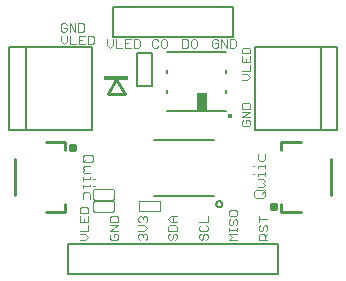
<source format=gbr>
G04 EAGLE Gerber RS-274X export*
G75*
%MOMM*%
%FSLAX34Y34*%
%LPD*%
%AMOC8*
5,1,8,0,0,1.08239X$1,22.5*%
G01*
%ADD10C,0.101600*%
%ADD11C,0.076200*%
%ADD12C,0.203200*%
%ADD13C,0.127000*%
%ADD14R,0.890000X1.550000*%
%ADD15C,0.406400*%
%ADD16C,0.400000*%
%ADD17C,0.254000*%
%ADD18R,2.100000X0.300000*%


D10*
X64771Y102616D02*
X70873Y102616D01*
X72398Y101091D01*
X72398Y98040D01*
X70873Y96515D01*
X64771Y96515D01*
X63246Y98040D01*
X63246Y101091D01*
X64771Y102616D01*
X66297Y99565D02*
X63246Y96515D01*
X64771Y93261D02*
X69347Y93261D01*
X64771Y93261D02*
X63246Y91736D01*
X64771Y90210D01*
X63246Y88685D01*
X64771Y87160D01*
X69347Y87160D01*
X69347Y83906D02*
X69347Y82380D01*
X63246Y82380D01*
X63246Y80855D02*
X63246Y83906D01*
X72398Y82380D02*
X73923Y82380D01*
X69347Y77669D02*
X69347Y76144D01*
X63246Y76144D01*
X63246Y77669D02*
X63246Y74618D01*
X72398Y76144D02*
X73923Y76144D01*
X69347Y69907D02*
X69347Y65331D01*
X69347Y69907D02*
X67822Y71432D01*
X64771Y71432D01*
X63246Y69907D01*
X63246Y65331D01*
X210306Y66548D02*
X216407Y66548D01*
X210306Y66548D02*
X208780Y68073D01*
X208780Y71124D01*
X210306Y72649D01*
X216407Y72649D01*
X217932Y71124D01*
X217932Y68073D01*
X216407Y66548D01*
X214881Y69599D02*
X217932Y72649D01*
X216407Y75903D02*
X211831Y75903D01*
X216407Y75903D02*
X217932Y77428D01*
X216407Y78954D01*
X217932Y80479D01*
X216407Y82004D01*
X211831Y82004D01*
X211831Y85258D02*
X211831Y86784D01*
X217932Y86784D01*
X217932Y88309D02*
X217932Y85258D01*
X208780Y86784D02*
X207255Y86784D01*
X211831Y91495D02*
X211831Y93020D01*
X217932Y93020D01*
X217932Y91495D02*
X217932Y94546D01*
X208780Y93020D02*
X207255Y93020D01*
X211831Y99257D02*
X211831Y103833D01*
X211831Y99257D02*
X213356Y97732D01*
X216407Y97732D01*
X217932Y99257D01*
X217932Y103833D01*
D11*
X219837Y30861D02*
X212465Y30861D01*
X212465Y34547D01*
X213693Y35776D01*
X216151Y35776D01*
X217380Y34547D01*
X217380Y30861D01*
X217380Y33318D02*
X219837Y35776D01*
X212465Y42031D02*
X213693Y43260D01*
X212465Y42031D02*
X212465Y39574D01*
X213693Y38345D01*
X214922Y38345D01*
X216151Y39574D01*
X216151Y42031D01*
X217380Y43260D01*
X218608Y43260D01*
X219837Y42031D01*
X219837Y39574D01*
X218608Y38345D01*
X219837Y48287D02*
X212465Y48287D01*
X212465Y50744D02*
X212465Y45829D01*
X111839Y30861D02*
X110611Y32090D01*
X110611Y34547D01*
X111839Y35776D01*
X113068Y35776D01*
X114297Y34547D01*
X114297Y33318D01*
X114297Y34547D02*
X115526Y35776D01*
X116754Y35776D01*
X117983Y34547D01*
X117983Y32090D01*
X116754Y30861D01*
X115526Y38345D02*
X110611Y38345D01*
X115526Y38345D02*
X117983Y40803D01*
X115526Y43260D01*
X110611Y43260D01*
X111839Y45829D02*
X110611Y47058D01*
X110611Y49515D01*
X111839Y50744D01*
X113068Y50744D01*
X114297Y49515D01*
X114297Y48287D01*
X114297Y49515D02*
X115526Y50744D01*
X116754Y50744D01*
X117983Y49515D01*
X117983Y47058D01*
X116754Y45829D01*
X135757Y34547D02*
X136985Y35776D01*
X135757Y34547D02*
X135757Y32090D01*
X136985Y30861D01*
X138214Y30861D01*
X139443Y32090D01*
X139443Y34547D01*
X140672Y35776D01*
X141900Y35776D01*
X143129Y34547D01*
X143129Y32090D01*
X141900Y30861D01*
X143129Y38345D02*
X135757Y38345D01*
X143129Y38345D02*
X143129Y42031D01*
X141900Y43260D01*
X136985Y43260D01*
X135757Y42031D01*
X135757Y38345D01*
X138214Y45829D02*
X143129Y45829D01*
X138214Y45829D02*
X135757Y48287D01*
X138214Y50744D01*
X143129Y50744D01*
X139443Y50744D02*
X139443Y45829D01*
X161919Y34547D02*
X163147Y35776D01*
X161919Y34547D02*
X161919Y32090D01*
X163147Y30861D01*
X164376Y30861D01*
X165605Y32090D01*
X165605Y34547D01*
X166834Y35776D01*
X168062Y35776D01*
X169291Y34547D01*
X169291Y32090D01*
X168062Y30861D01*
X161919Y42031D02*
X163147Y43260D01*
X161919Y42031D02*
X161919Y39574D01*
X163147Y38345D01*
X168062Y38345D01*
X169291Y39574D01*
X169291Y42031D01*
X168062Y43260D01*
X169291Y45829D02*
X161919Y45829D01*
X169291Y45829D02*
X169291Y50744D01*
X65742Y30861D02*
X60827Y30861D01*
X65742Y30861D02*
X68199Y33318D01*
X65742Y35776D01*
X60827Y35776D01*
X60827Y38345D02*
X68199Y38345D01*
X68199Y43260D01*
X60827Y45829D02*
X60827Y50744D01*
X60827Y45829D02*
X68199Y45829D01*
X68199Y50744D01*
X64513Y48287D02*
X64513Y45829D01*
X60827Y53313D02*
X68199Y53313D01*
X68199Y57000D01*
X66970Y58228D01*
X62055Y58228D01*
X60827Y57000D01*
X60827Y53313D01*
X86227Y34547D02*
X87455Y35776D01*
X86227Y34547D02*
X86227Y32090D01*
X87455Y30861D01*
X92370Y30861D01*
X93599Y32090D01*
X93599Y34547D01*
X92370Y35776D01*
X89913Y35776D01*
X89913Y33318D01*
X93599Y38345D02*
X86227Y38345D01*
X93599Y43260D01*
X86227Y43260D01*
X86227Y45829D02*
X93599Y45829D01*
X93599Y49515D01*
X92370Y50744D01*
X87455Y50744D01*
X86227Y49515D01*
X86227Y45829D01*
X84201Y195878D02*
X84201Y200793D01*
X84201Y195878D02*
X86658Y193421D01*
X89116Y195878D01*
X89116Y200793D01*
X91685Y200793D02*
X91685Y193421D01*
X96600Y193421D01*
X99169Y200793D02*
X104084Y200793D01*
X99169Y200793D02*
X99169Y193421D01*
X104084Y193421D01*
X101627Y197107D02*
X99169Y197107D01*
X106653Y200793D02*
X106653Y193421D01*
X110340Y193421D01*
X111568Y194650D01*
X111568Y199565D01*
X110340Y200793D01*
X106653Y200793D01*
X125987Y200793D02*
X127216Y199565D01*
X125987Y200793D02*
X123530Y200793D01*
X122301Y199565D01*
X122301Y194650D01*
X123530Y193421D01*
X125987Y193421D01*
X127216Y194650D01*
X131014Y200793D02*
X133471Y200793D01*
X131014Y200793D02*
X129785Y199565D01*
X129785Y194650D01*
X131014Y193421D01*
X133471Y193421D01*
X134700Y194650D01*
X134700Y199565D01*
X133471Y200793D01*
X147701Y200793D02*
X147701Y193421D01*
X151387Y193421D01*
X152616Y194650D01*
X152616Y199565D01*
X151387Y200793D01*
X147701Y200793D01*
X156414Y200793D02*
X158871Y200793D01*
X156414Y200793D02*
X155185Y199565D01*
X155185Y194650D01*
X156414Y193421D01*
X158871Y193421D01*
X160100Y194650D01*
X160100Y199565D01*
X158871Y200793D01*
X176787Y200793D02*
X178016Y199565D01*
X176787Y200793D02*
X174330Y200793D01*
X173101Y199565D01*
X173101Y194650D01*
X174330Y193421D01*
X176787Y193421D01*
X178016Y194650D01*
X178016Y197107D01*
X175558Y197107D01*
X180585Y193421D02*
X180585Y200793D01*
X185500Y193421D01*
X185500Y200793D01*
X188069Y200793D02*
X188069Y193421D01*
X191755Y193421D01*
X192984Y194650D01*
X192984Y199565D01*
X191755Y200793D01*
X188069Y200793D01*
X187065Y30861D02*
X194437Y30861D01*
X189522Y33318D02*
X187065Y30861D01*
X189522Y33318D02*
X187065Y35776D01*
X194437Y35776D01*
X194437Y38345D02*
X194437Y40803D01*
X194437Y39574D02*
X187065Y39574D01*
X187065Y38345D02*
X187065Y40803D01*
X187065Y47021D02*
X188293Y48249D01*
X187065Y47021D02*
X187065Y44563D01*
X188293Y43335D01*
X189522Y43335D01*
X190751Y44563D01*
X190751Y47021D01*
X191980Y48249D01*
X193208Y48249D01*
X194437Y47021D01*
X194437Y44563D01*
X193208Y43335D01*
X187065Y52047D02*
X187065Y54505D01*
X187065Y52047D02*
X188293Y50819D01*
X193208Y50819D01*
X194437Y52047D01*
X194437Y54505D01*
X193208Y55734D01*
X188293Y55734D01*
X187065Y54505D01*
X197987Y166278D02*
X202902Y166278D01*
X205359Y168736D01*
X202902Y171193D01*
X197987Y171193D01*
X197987Y173763D02*
X205359Y173763D01*
X205359Y178677D01*
X197987Y181247D02*
X197987Y186162D01*
X197987Y181247D02*
X205359Y181247D01*
X205359Y186162D01*
X201673Y183704D02*
X201673Y181247D01*
X197987Y188731D02*
X205359Y188731D01*
X205359Y192417D01*
X204130Y193646D01*
X199215Y193646D01*
X197987Y192417D01*
X197987Y188731D01*
X199215Y131941D02*
X197987Y130713D01*
X197987Y128255D01*
X199215Y127027D01*
X204130Y127027D01*
X205359Y128255D01*
X205359Y130713D01*
X204130Y131941D01*
X201673Y131941D01*
X201673Y129484D01*
X205359Y134511D02*
X197987Y134511D01*
X205359Y139426D01*
X197987Y139426D01*
X197987Y141995D02*
X205359Y141995D01*
X205359Y145681D01*
X204130Y146910D01*
X199215Y146910D01*
X197987Y145681D01*
X197987Y141995D01*
X45339Y198926D02*
X45339Y203841D01*
X45339Y198926D02*
X47796Y196469D01*
X50254Y198926D01*
X50254Y203841D01*
X52823Y203841D02*
X52823Y196469D01*
X57738Y196469D01*
X60307Y203841D02*
X65222Y203841D01*
X60307Y203841D02*
X60307Y196469D01*
X65222Y196469D01*
X62765Y200155D02*
X60307Y200155D01*
X67791Y203841D02*
X67791Y196469D01*
X71478Y196469D01*
X72706Y197698D01*
X72706Y202613D01*
X71478Y203841D01*
X67791Y203841D01*
X49746Y213027D02*
X48517Y214255D01*
X46060Y214255D01*
X44831Y213027D01*
X44831Y208112D01*
X46060Y206883D01*
X48517Y206883D01*
X49746Y208112D01*
X49746Y210569D01*
X47288Y210569D01*
X52315Y206883D02*
X52315Y214255D01*
X57230Y206883D01*
X57230Y214255D01*
X59799Y214255D02*
X59799Y206883D01*
X63485Y206883D01*
X64714Y208112D01*
X64714Y213027D01*
X63485Y214255D01*
X59799Y214255D01*
D12*
X123462Y115060D02*
X174508Y115060D01*
X174508Y67820D02*
X123462Y67820D01*
X176481Y61278D02*
X176483Y61378D01*
X176489Y61479D01*
X176499Y61578D01*
X176513Y61678D01*
X176530Y61777D01*
X176552Y61875D01*
X176578Y61972D01*
X176607Y62068D01*
X176640Y62162D01*
X176677Y62256D01*
X176717Y62348D01*
X176761Y62438D01*
X176809Y62526D01*
X176860Y62613D01*
X176914Y62697D01*
X176972Y62779D01*
X177033Y62859D01*
X177097Y62936D01*
X177164Y63011D01*
X177234Y63083D01*
X177307Y63152D01*
X177382Y63218D01*
X177460Y63282D01*
X177540Y63342D01*
X177623Y63399D01*
X177708Y63452D01*
X177795Y63502D01*
X177884Y63549D01*
X177974Y63592D01*
X178066Y63632D01*
X178160Y63668D01*
X178255Y63700D01*
X178351Y63728D01*
X178449Y63753D01*
X178547Y63773D01*
X178646Y63790D01*
X178746Y63803D01*
X178845Y63812D01*
X178946Y63817D01*
X179046Y63818D01*
X179146Y63815D01*
X179247Y63808D01*
X179346Y63797D01*
X179446Y63782D01*
X179544Y63764D01*
X179642Y63741D01*
X179739Y63714D01*
X179834Y63684D01*
X179929Y63650D01*
X180022Y63612D01*
X180113Y63571D01*
X180203Y63526D01*
X180291Y63478D01*
X180377Y63426D01*
X180461Y63371D01*
X180542Y63312D01*
X180621Y63250D01*
X180698Y63186D01*
X180772Y63118D01*
X180843Y63047D01*
X180912Y62974D01*
X180977Y62898D01*
X181040Y62819D01*
X181099Y62738D01*
X181155Y62655D01*
X181208Y62570D01*
X181257Y62482D01*
X181303Y62393D01*
X181345Y62302D01*
X181384Y62209D01*
X181419Y62115D01*
X181450Y62020D01*
X181478Y61923D01*
X181501Y61826D01*
X181521Y61727D01*
X181537Y61628D01*
X181549Y61529D01*
X181557Y61428D01*
X181561Y61328D01*
X181561Y61228D01*
X181557Y61128D01*
X181549Y61027D01*
X181537Y60928D01*
X181521Y60829D01*
X181501Y60730D01*
X181478Y60633D01*
X181450Y60536D01*
X181419Y60441D01*
X181384Y60347D01*
X181345Y60254D01*
X181303Y60163D01*
X181257Y60074D01*
X181208Y59986D01*
X181155Y59901D01*
X181099Y59818D01*
X181040Y59737D01*
X180977Y59658D01*
X180912Y59582D01*
X180843Y59509D01*
X180772Y59438D01*
X180698Y59370D01*
X180621Y59306D01*
X180542Y59244D01*
X180461Y59185D01*
X180377Y59130D01*
X180291Y59078D01*
X180203Y59030D01*
X180113Y58985D01*
X180022Y58944D01*
X179929Y58906D01*
X179834Y58872D01*
X179739Y58842D01*
X179642Y58815D01*
X179544Y58792D01*
X179446Y58774D01*
X179346Y58759D01*
X179247Y58748D01*
X179146Y58741D01*
X179046Y58738D01*
X178946Y58739D01*
X178845Y58744D01*
X178746Y58753D01*
X178646Y58766D01*
X178547Y58783D01*
X178449Y58803D01*
X178351Y58828D01*
X178255Y58856D01*
X178160Y58888D01*
X178066Y58924D01*
X177974Y58964D01*
X177884Y59007D01*
X177795Y59054D01*
X177708Y59104D01*
X177623Y59157D01*
X177540Y59214D01*
X177460Y59274D01*
X177382Y59338D01*
X177307Y59404D01*
X177234Y59473D01*
X177164Y59545D01*
X177097Y59620D01*
X177033Y59697D01*
X176972Y59777D01*
X176914Y59859D01*
X176860Y59943D01*
X176809Y60030D01*
X176761Y60118D01*
X176717Y60208D01*
X176677Y60300D01*
X176640Y60394D01*
X176607Y60488D01*
X176578Y60584D01*
X176552Y60681D01*
X176530Y60779D01*
X176513Y60878D01*
X176499Y60978D01*
X176489Y61077D01*
X176483Y61178D01*
X176481Y61278D01*
D13*
X185000Y189974D02*
X135000Y189974D01*
X185000Y157774D02*
X185000Y155174D01*
X185000Y139974D02*
X135000Y139974D01*
X185000Y172174D02*
X185000Y174774D01*
X135000Y174774D02*
X135000Y172174D01*
X135000Y157774D02*
X135000Y155174D01*
D14*
X164450Y147224D03*
D15*
X187940Y135764D03*
D16*
X223586Y59000D02*
X223588Y59075D01*
X223594Y59149D01*
X223604Y59223D01*
X223617Y59296D01*
X223635Y59369D01*
X223656Y59440D01*
X223681Y59511D01*
X223710Y59580D01*
X223743Y59647D01*
X223779Y59712D01*
X223818Y59776D01*
X223860Y59837D01*
X223906Y59896D01*
X223955Y59953D01*
X224007Y60006D01*
X224061Y60057D01*
X224118Y60106D01*
X224178Y60150D01*
X224240Y60192D01*
X224304Y60231D01*
X224370Y60266D01*
X224437Y60297D01*
X224507Y60325D01*
X224577Y60349D01*
X224649Y60370D01*
X224722Y60386D01*
X224795Y60399D01*
X224870Y60408D01*
X224944Y60413D01*
X225019Y60414D01*
X225093Y60411D01*
X225168Y60404D01*
X225241Y60393D01*
X225315Y60379D01*
X225387Y60360D01*
X225458Y60338D01*
X225528Y60312D01*
X225597Y60282D01*
X225663Y60249D01*
X225728Y60212D01*
X225791Y60172D01*
X225852Y60128D01*
X225910Y60082D01*
X225966Y60032D01*
X226019Y59980D01*
X226070Y59925D01*
X226117Y59867D01*
X226161Y59807D01*
X226202Y59744D01*
X226240Y59680D01*
X226274Y59614D01*
X226305Y59545D01*
X226332Y59476D01*
X226355Y59405D01*
X226374Y59333D01*
X226390Y59260D01*
X226402Y59186D01*
X226410Y59112D01*
X226414Y59037D01*
X226414Y58963D01*
X226410Y58888D01*
X226402Y58814D01*
X226390Y58740D01*
X226374Y58667D01*
X226355Y58595D01*
X226332Y58524D01*
X226305Y58455D01*
X226274Y58386D01*
X226240Y58320D01*
X226202Y58256D01*
X226161Y58193D01*
X226117Y58133D01*
X226070Y58075D01*
X226019Y58020D01*
X225966Y57968D01*
X225910Y57918D01*
X225852Y57872D01*
X225791Y57828D01*
X225728Y57788D01*
X225663Y57751D01*
X225597Y57718D01*
X225528Y57688D01*
X225458Y57662D01*
X225387Y57640D01*
X225315Y57621D01*
X225241Y57607D01*
X225168Y57596D01*
X225093Y57589D01*
X225019Y57586D01*
X224944Y57587D01*
X224870Y57592D01*
X224795Y57601D01*
X224722Y57614D01*
X224649Y57630D01*
X224577Y57651D01*
X224507Y57675D01*
X224437Y57703D01*
X224370Y57734D01*
X224304Y57769D01*
X224240Y57808D01*
X224178Y57850D01*
X224118Y57894D01*
X224061Y57943D01*
X224007Y57994D01*
X223955Y58047D01*
X223906Y58104D01*
X223860Y58163D01*
X223818Y58224D01*
X223779Y58288D01*
X223743Y58353D01*
X223710Y58420D01*
X223681Y58489D01*
X223656Y58560D01*
X223635Y58631D01*
X223617Y58704D01*
X223604Y58777D01*
X223594Y58851D01*
X223588Y58925D01*
X223586Y59000D01*
D17*
X274000Y69000D02*
X274000Y99000D01*
X248000Y54000D02*
X231500Y54000D01*
X231500Y106500D02*
X231500Y114000D01*
X248000Y114000D01*
X231500Y61500D02*
X231500Y54000D01*
D16*
X53586Y109000D02*
X53588Y109075D01*
X53594Y109149D01*
X53604Y109223D01*
X53617Y109296D01*
X53635Y109369D01*
X53656Y109440D01*
X53681Y109511D01*
X53710Y109580D01*
X53743Y109647D01*
X53779Y109712D01*
X53818Y109776D01*
X53860Y109837D01*
X53906Y109896D01*
X53955Y109953D01*
X54007Y110006D01*
X54061Y110057D01*
X54118Y110106D01*
X54178Y110150D01*
X54240Y110192D01*
X54304Y110231D01*
X54370Y110266D01*
X54437Y110297D01*
X54507Y110325D01*
X54577Y110349D01*
X54649Y110370D01*
X54722Y110386D01*
X54795Y110399D01*
X54870Y110408D01*
X54944Y110413D01*
X55019Y110414D01*
X55093Y110411D01*
X55168Y110404D01*
X55241Y110393D01*
X55315Y110379D01*
X55387Y110360D01*
X55458Y110338D01*
X55528Y110312D01*
X55597Y110282D01*
X55663Y110249D01*
X55728Y110212D01*
X55791Y110172D01*
X55852Y110128D01*
X55910Y110082D01*
X55966Y110032D01*
X56019Y109980D01*
X56070Y109925D01*
X56117Y109867D01*
X56161Y109807D01*
X56202Y109744D01*
X56240Y109680D01*
X56274Y109614D01*
X56305Y109545D01*
X56332Y109476D01*
X56355Y109405D01*
X56374Y109333D01*
X56390Y109260D01*
X56402Y109186D01*
X56410Y109112D01*
X56414Y109037D01*
X56414Y108963D01*
X56410Y108888D01*
X56402Y108814D01*
X56390Y108740D01*
X56374Y108667D01*
X56355Y108595D01*
X56332Y108524D01*
X56305Y108455D01*
X56274Y108386D01*
X56240Y108320D01*
X56202Y108256D01*
X56161Y108193D01*
X56117Y108133D01*
X56070Y108075D01*
X56019Y108020D01*
X55966Y107968D01*
X55910Y107918D01*
X55852Y107872D01*
X55791Y107828D01*
X55728Y107788D01*
X55663Y107751D01*
X55597Y107718D01*
X55528Y107688D01*
X55458Y107662D01*
X55387Y107640D01*
X55315Y107621D01*
X55241Y107607D01*
X55168Y107596D01*
X55093Y107589D01*
X55019Y107586D01*
X54944Y107587D01*
X54870Y107592D01*
X54795Y107601D01*
X54722Y107614D01*
X54649Y107630D01*
X54577Y107651D01*
X54507Y107675D01*
X54437Y107703D01*
X54370Y107734D01*
X54304Y107769D01*
X54240Y107808D01*
X54178Y107850D01*
X54118Y107894D01*
X54061Y107943D01*
X54007Y107994D01*
X53955Y108047D01*
X53906Y108104D01*
X53860Y108163D01*
X53818Y108224D01*
X53779Y108288D01*
X53743Y108353D01*
X53710Y108420D01*
X53681Y108489D01*
X53656Y108560D01*
X53635Y108631D01*
X53617Y108704D01*
X53604Y108777D01*
X53594Y108851D01*
X53588Y108925D01*
X53586Y109000D01*
D17*
X6000Y99000D02*
X6000Y69000D01*
X32000Y114000D02*
X48500Y114000D01*
X48500Y61500D02*
X48500Y54000D01*
X32000Y54000D01*
X48500Y106500D02*
X48500Y114000D01*
D11*
X88646Y73787D02*
X88715Y73785D01*
X88783Y73780D01*
X88851Y73770D01*
X88919Y73757D01*
X88986Y73741D01*
X89052Y73721D01*
X89116Y73697D01*
X89179Y73670D01*
X89241Y73639D01*
X89301Y73605D01*
X89359Y73568D01*
X89415Y73528D01*
X89468Y73485D01*
X89519Y73439D01*
X89568Y73390D01*
X89614Y73339D01*
X89657Y73286D01*
X89697Y73230D01*
X89734Y73172D01*
X89768Y73112D01*
X89799Y73050D01*
X89826Y72987D01*
X89850Y72923D01*
X89870Y72857D01*
X89886Y72790D01*
X89899Y72722D01*
X89909Y72654D01*
X89914Y72586D01*
X89916Y72517D01*
X89916Y66167D01*
X89914Y66098D01*
X89909Y66030D01*
X89899Y65962D01*
X89886Y65894D01*
X89870Y65827D01*
X89850Y65761D01*
X89826Y65697D01*
X89799Y65634D01*
X89768Y65572D01*
X89734Y65512D01*
X89697Y65454D01*
X89657Y65398D01*
X89614Y65345D01*
X89568Y65294D01*
X89519Y65245D01*
X89468Y65199D01*
X89415Y65156D01*
X89359Y65116D01*
X89301Y65079D01*
X89241Y65045D01*
X89179Y65014D01*
X89116Y64987D01*
X89052Y64963D01*
X88986Y64943D01*
X88919Y64927D01*
X88851Y64914D01*
X88783Y64904D01*
X88715Y64899D01*
X88646Y64897D01*
X73406Y64897D01*
X73337Y64899D01*
X73269Y64904D01*
X73201Y64914D01*
X73133Y64927D01*
X73066Y64943D01*
X73000Y64963D01*
X72936Y64987D01*
X72873Y65014D01*
X72811Y65045D01*
X72751Y65079D01*
X72693Y65116D01*
X72637Y65156D01*
X72584Y65199D01*
X72533Y65245D01*
X72484Y65294D01*
X72438Y65345D01*
X72395Y65398D01*
X72355Y65454D01*
X72318Y65512D01*
X72284Y65572D01*
X72253Y65634D01*
X72226Y65697D01*
X72202Y65761D01*
X72182Y65827D01*
X72166Y65894D01*
X72153Y65962D01*
X72143Y66030D01*
X72138Y66098D01*
X72136Y66167D01*
X72136Y72517D01*
X72138Y72586D01*
X72143Y72654D01*
X72153Y72722D01*
X72166Y72790D01*
X72182Y72857D01*
X72202Y72923D01*
X72226Y72987D01*
X72253Y73050D01*
X72284Y73112D01*
X72318Y73172D01*
X72355Y73230D01*
X72395Y73286D01*
X72438Y73339D01*
X72484Y73390D01*
X72533Y73439D01*
X72584Y73485D01*
X72637Y73528D01*
X72693Y73568D01*
X72751Y73605D01*
X72811Y73639D01*
X72873Y73670D01*
X72936Y73697D01*
X73000Y73721D01*
X73066Y73741D01*
X73133Y73757D01*
X73201Y73770D01*
X73269Y73780D01*
X73337Y73785D01*
X73406Y73787D01*
X88646Y73787D01*
X88900Y63627D02*
X88969Y63625D01*
X89037Y63620D01*
X89105Y63610D01*
X89173Y63597D01*
X89240Y63581D01*
X89306Y63561D01*
X89370Y63537D01*
X89433Y63510D01*
X89495Y63479D01*
X89555Y63445D01*
X89613Y63408D01*
X89669Y63368D01*
X89722Y63325D01*
X89773Y63279D01*
X89822Y63230D01*
X89868Y63179D01*
X89911Y63126D01*
X89951Y63070D01*
X89988Y63012D01*
X90022Y62952D01*
X90053Y62890D01*
X90080Y62827D01*
X90104Y62763D01*
X90124Y62697D01*
X90140Y62630D01*
X90153Y62562D01*
X90163Y62494D01*
X90168Y62426D01*
X90170Y62357D01*
X90170Y56007D01*
X90168Y55938D01*
X90163Y55870D01*
X90153Y55802D01*
X90140Y55734D01*
X90124Y55667D01*
X90104Y55601D01*
X90080Y55537D01*
X90053Y55474D01*
X90022Y55412D01*
X89988Y55352D01*
X89951Y55294D01*
X89911Y55238D01*
X89868Y55185D01*
X89822Y55134D01*
X89773Y55085D01*
X89722Y55039D01*
X89669Y54996D01*
X89613Y54956D01*
X89555Y54919D01*
X89495Y54885D01*
X89433Y54854D01*
X89370Y54827D01*
X89306Y54803D01*
X89240Y54783D01*
X89173Y54767D01*
X89105Y54754D01*
X89037Y54744D01*
X88969Y54739D01*
X88900Y54737D01*
X73660Y54737D01*
X73591Y54739D01*
X73523Y54744D01*
X73455Y54754D01*
X73387Y54767D01*
X73320Y54783D01*
X73254Y54803D01*
X73190Y54827D01*
X73127Y54854D01*
X73065Y54885D01*
X73005Y54919D01*
X72947Y54956D01*
X72891Y54996D01*
X72838Y55039D01*
X72787Y55085D01*
X72738Y55134D01*
X72692Y55185D01*
X72649Y55238D01*
X72609Y55294D01*
X72572Y55352D01*
X72538Y55412D01*
X72507Y55474D01*
X72480Y55537D01*
X72456Y55601D01*
X72436Y55667D01*
X72420Y55734D01*
X72407Y55802D01*
X72397Y55870D01*
X72392Y55938D01*
X72390Y56007D01*
X72390Y62357D01*
X72392Y62426D01*
X72397Y62494D01*
X72407Y62562D01*
X72420Y62630D01*
X72436Y62697D01*
X72456Y62763D01*
X72480Y62827D01*
X72507Y62890D01*
X72538Y62952D01*
X72572Y63012D01*
X72609Y63070D01*
X72649Y63126D01*
X72692Y63179D01*
X72738Y63230D01*
X72787Y63279D01*
X72838Y63325D01*
X72891Y63368D01*
X72947Y63408D01*
X73005Y63445D01*
X73065Y63479D01*
X73127Y63510D01*
X73190Y63537D01*
X73254Y63561D01*
X73320Y63581D01*
X73387Y63597D01*
X73455Y63610D01*
X73523Y63620D01*
X73591Y63625D01*
X73660Y63627D01*
X88900Y63627D01*
X127508Y64135D02*
X127577Y64133D01*
X127645Y64128D01*
X127713Y64118D01*
X127781Y64105D01*
X127848Y64089D01*
X127914Y64069D01*
X127978Y64045D01*
X128041Y64018D01*
X128103Y63987D01*
X128163Y63953D01*
X128221Y63916D01*
X128277Y63876D01*
X128330Y63833D01*
X128381Y63787D01*
X128430Y63738D01*
X128476Y63687D01*
X128519Y63634D01*
X128559Y63578D01*
X128596Y63520D01*
X128630Y63460D01*
X128661Y63398D01*
X128688Y63335D01*
X128712Y63271D01*
X128732Y63205D01*
X128748Y63138D01*
X128761Y63070D01*
X128771Y63002D01*
X128776Y62934D01*
X128778Y62865D01*
X128778Y56515D01*
X128776Y56446D01*
X128771Y56378D01*
X128761Y56310D01*
X128748Y56242D01*
X128732Y56175D01*
X128712Y56109D01*
X128688Y56045D01*
X128661Y55982D01*
X128630Y55920D01*
X128596Y55860D01*
X128559Y55802D01*
X128519Y55746D01*
X128476Y55693D01*
X128430Y55642D01*
X128381Y55593D01*
X128330Y55547D01*
X128277Y55504D01*
X128221Y55464D01*
X128163Y55427D01*
X128103Y55393D01*
X128041Y55362D01*
X127978Y55335D01*
X127914Y55311D01*
X127848Y55291D01*
X127781Y55275D01*
X127713Y55262D01*
X127645Y55252D01*
X127577Y55247D01*
X127508Y55245D01*
X112268Y55245D01*
X112199Y55247D01*
X112131Y55252D01*
X112063Y55262D01*
X111995Y55275D01*
X111928Y55291D01*
X111862Y55311D01*
X111798Y55335D01*
X111735Y55362D01*
X111673Y55393D01*
X111613Y55427D01*
X111555Y55464D01*
X111499Y55504D01*
X111446Y55547D01*
X111395Y55593D01*
X111346Y55642D01*
X111300Y55693D01*
X111257Y55746D01*
X111217Y55802D01*
X111180Y55860D01*
X111146Y55920D01*
X111115Y55982D01*
X111088Y56045D01*
X111064Y56109D01*
X111044Y56175D01*
X111028Y56242D01*
X111015Y56310D01*
X111005Y56378D01*
X111000Y56446D01*
X110998Y56515D01*
X110998Y62865D01*
X111000Y62934D01*
X111005Y63002D01*
X111015Y63070D01*
X111028Y63138D01*
X111044Y63205D01*
X111064Y63271D01*
X111088Y63335D01*
X111115Y63398D01*
X111146Y63460D01*
X111180Y63520D01*
X111217Y63578D01*
X111257Y63634D01*
X111300Y63687D01*
X111346Y63738D01*
X111395Y63787D01*
X111446Y63833D01*
X111499Y63876D01*
X111555Y63916D01*
X111613Y63953D01*
X111673Y63987D01*
X111735Y64018D01*
X111798Y64045D01*
X111862Y64069D01*
X111928Y64089D01*
X111995Y64105D01*
X112063Y64118D01*
X112131Y64128D01*
X112199Y64133D01*
X112268Y64135D01*
X127508Y64135D01*
D13*
X109170Y160926D02*
X109170Y188866D01*
X121870Y188866D01*
X121870Y160926D01*
X109170Y160926D01*
X89200Y202300D02*
X89200Y227700D01*
X190800Y227700D01*
X190800Y202300D01*
X89200Y202300D01*
X71000Y194000D02*
X15000Y194000D01*
X1000Y194000D01*
X1000Y124000D01*
X15000Y124000D01*
X71000Y124000D01*
X71000Y194000D01*
X15000Y194000D02*
X15000Y124000D01*
X209000Y124000D02*
X265000Y124000D01*
X279000Y124000D01*
X279000Y194000D01*
X265000Y194000D01*
X209000Y194000D01*
X209000Y124000D01*
X265000Y124000D02*
X265000Y194000D01*
D17*
X99000Y154500D02*
X92000Y167000D01*
X99000Y154500D02*
X85000Y154500D01*
X92000Y167000D01*
D18*
X92000Y167500D03*
D13*
X51100Y27700D02*
X51100Y2300D01*
X51100Y27700D02*
X228900Y27700D01*
X228900Y2300D01*
X51100Y2300D01*
M02*

</source>
